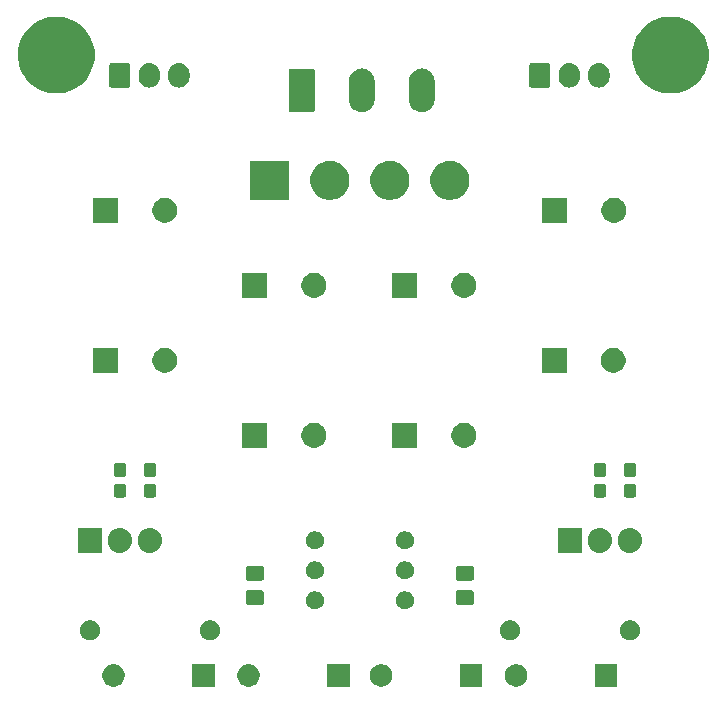
<source format=gbs>
G04 #@! TF.GenerationSoftware,KiCad,Pcbnew,(5.1.5)-3*
G04 #@! TF.CreationDate,2020-03-29T19:39:18+08:00*
G04 #@! TF.ProjectId,317337,33313733-3337-42e6-9b69-6361645f7063,rev?*
G04 #@! TF.SameCoordinates,Original*
G04 #@! TF.FileFunction,Soldermask,Bot*
G04 #@! TF.FilePolarity,Negative*
%FSLAX46Y46*%
G04 Gerber Fmt 4.6, Leading zero omitted, Abs format (unit mm)*
G04 Created by KiCad (PCBNEW (5.1.5)-3) date 2020-03-29 19:39:18*
%MOMM*%
%LPD*%
G04 APERTURE LIST*
%ADD10C,0.100000*%
G04 APERTURE END LIST*
D10*
G36*
X119117395Y-95605546D02*
G01*
X119290466Y-95677234D01*
X119290467Y-95677235D01*
X119446227Y-95781310D01*
X119578690Y-95913773D01*
X119578691Y-95913775D01*
X119682766Y-96069534D01*
X119754454Y-96242605D01*
X119791000Y-96426333D01*
X119791000Y-96613667D01*
X119754454Y-96797395D01*
X119682766Y-96970466D01*
X119682765Y-96970467D01*
X119578690Y-97126227D01*
X119446227Y-97258690D01*
X119367818Y-97311081D01*
X119290466Y-97362766D01*
X119117395Y-97434454D01*
X118933667Y-97471000D01*
X118746333Y-97471000D01*
X118562605Y-97434454D01*
X118389534Y-97362766D01*
X118312182Y-97311081D01*
X118233773Y-97258690D01*
X118101310Y-97126227D01*
X117997235Y-96970467D01*
X117997234Y-96970466D01*
X117925546Y-96797395D01*
X117889000Y-96613667D01*
X117889000Y-96426333D01*
X117925546Y-96242605D01*
X117997234Y-96069534D01*
X118101309Y-95913775D01*
X118101310Y-95913773D01*
X118233773Y-95781310D01*
X118389533Y-95677235D01*
X118389534Y-95677234D01*
X118562605Y-95605546D01*
X118746333Y-95569000D01*
X118933667Y-95569000D01*
X119117395Y-95605546D01*
G37*
G36*
X153217395Y-95605546D02*
G01*
X153390466Y-95677234D01*
X153390467Y-95677235D01*
X153546227Y-95781310D01*
X153678690Y-95913773D01*
X153678691Y-95913775D01*
X153782766Y-96069534D01*
X153854454Y-96242605D01*
X153891000Y-96426333D01*
X153891000Y-96613667D01*
X153854454Y-96797395D01*
X153782766Y-96970466D01*
X153782765Y-96970467D01*
X153678690Y-97126227D01*
X153546227Y-97258690D01*
X153467818Y-97311081D01*
X153390466Y-97362766D01*
X153217395Y-97434454D01*
X153033667Y-97471000D01*
X152846333Y-97471000D01*
X152662605Y-97434454D01*
X152489534Y-97362766D01*
X152412182Y-97311081D01*
X152333773Y-97258690D01*
X152201310Y-97126227D01*
X152097235Y-96970467D01*
X152097234Y-96970466D01*
X152025546Y-96797395D01*
X151989000Y-96613667D01*
X151989000Y-96426333D01*
X152025546Y-96242605D01*
X152097234Y-96069534D01*
X152201309Y-95913775D01*
X152201310Y-95913773D01*
X152333773Y-95781310D01*
X152489533Y-95677235D01*
X152489534Y-95677234D01*
X152662605Y-95605546D01*
X152846333Y-95569000D01*
X153033667Y-95569000D01*
X153217395Y-95605546D01*
G37*
G36*
X138841000Y-97471000D02*
G01*
X136939000Y-97471000D01*
X136939000Y-95569000D01*
X138841000Y-95569000D01*
X138841000Y-97471000D01*
G37*
G36*
X130547395Y-95605546D02*
G01*
X130720466Y-95677234D01*
X130720467Y-95677235D01*
X130876227Y-95781310D01*
X131008690Y-95913773D01*
X131008691Y-95913775D01*
X131112766Y-96069534D01*
X131184454Y-96242605D01*
X131221000Y-96426333D01*
X131221000Y-96613667D01*
X131184454Y-96797395D01*
X131112766Y-96970466D01*
X131112765Y-96970467D01*
X131008690Y-97126227D01*
X130876227Y-97258690D01*
X130797818Y-97311081D01*
X130720466Y-97362766D01*
X130547395Y-97434454D01*
X130363667Y-97471000D01*
X130176333Y-97471000D01*
X129992605Y-97434454D01*
X129819534Y-97362766D01*
X129742182Y-97311081D01*
X129663773Y-97258690D01*
X129531310Y-97126227D01*
X129427235Y-96970467D01*
X129427234Y-96970466D01*
X129355546Y-96797395D01*
X129319000Y-96613667D01*
X129319000Y-96426333D01*
X129355546Y-96242605D01*
X129427234Y-96069534D01*
X129531309Y-95913775D01*
X129531310Y-95913773D01*
X129663773Y-95781310D01*
X129819533Y-95677235D01*
X129819534Y-95677234D01*
X129992605Y-95605546D01*
X130176333Y-95569000D01*
X130363667Y-95569000D01*
X130547395Y-95605546D01*
G37*
G36*
X150081000Y-97471000D02*
G01*
X148179000Y-97471000D01*
X148179000Y-95569000D01*
X150081000Y-95569000D01*
X150081000Y-97471000D01*
G37*
G36*
X127411000Y-97471000D02*
G01*
X125509000Y-97471000D01*
X125509000Y-95569000D01*
X127411000Y-95569000D01*
X127411000Y-97471000D01*
G37*
G36*
X161511000Y-97471000D02*
G01*
X159609000Y-97471000D01*
X159609000Y-95569000D01*
X161511000Y-95569000D01*
X161511000Y-97471000D01*
G37*
G36*
X141787395Y-95605546D02*
G01*
X141960466Y-95677234D01*
X141960467Y-95677235D01*
X142116227Y-95781310D01*
X142248690Y-95913773D01*
X142248691Y-95913775D01*
X142352766Y-96069534D01*
X142424454Y-96242605D01*
X142461000Y-96426333D01*
X142461000Y-96613667D01*
X142424454Y-96797395D01*
X142352766Y-96970466D01*
X142352765Y-96970467D01*
X142248690Y-97126227D01*
X142116227Y-97258690D01*
X142037818Y-97311081D01*
X141960466Y-97362766D01*
X141787395Y-97434454D01*
X141603667Y-97471000D01*
X141416333Y-97471000D01*
X141232605Y-97434454D01*
X141059534Y-97362766D01*
X140982182Y-97311081D01*
X140903773Y-97258690D01*
X140771310Y-97126227D01*
X140667235Y-96970467D01*
X140667234Y-96970466D01*
X140595546Y-96797395D01*
X140559000Y-96613667D01*
X140559000Y-96426333D01*
X140595546Y-96242605D01*
X140667234Y-96069534D01*
X140771309Y-95913775D01*
X140771310Y-95913773D01*
X140903773Y-95781310D01*
X141059533Y-95677235D01*
X141059534Y-95677234D01*
X141232605Y-95605546D01*
X141416333Y-95569000D01*
X141603667Y-95569000D01*
X141787395Y-95605546D01*
G37*
G36*
X117088228Y-91891703D02*
G01*
X117243100Y-91955853D01*
X117382481Y-92048985D01*
X117501015Y-92167519D01*
X117594147Y-92306900D01*
X117658297Y-92461772D01*
X117691000Y-92626184D01*
X117691000Y-92793816D01*
X117658297Y-92958228D01*
X117594147Y-93113100D01*
X117501015Y-93252481D01*
X117382481Y-93371015D01*
X117243100Y-93464147D01*
X117088228Y-93528297D01*
X116923816Y-93561000D01*
X116756184Y-93561000D01*
X116591772Y-93528297D01*
X116436900Y-93464147D01*
X116297519Y-93371015D01*
X116178985Y-93252481D01*
X116085853Y-93113100D01*
X116021703Y-92958228D01*
X115989000Y-92793816D01*
X115989000Y-92626184D01*
X116021703Y-92461772D01*
X116085853Y-92306900D01*
X116178985Y-92167519D01*
X116297519Y-92048985D01*
X116436900Y-91955853D01*
X116591772Y-91891703D01*
X116756184Y-91859000D01*
X116923816Y-91859000D01*
X117088228Y-91891703D01*
G37*
G36*
X152648228Y-91891703D02*
G01*
X152803100Y-91955853D01*
X152942481Y-92048985D01*
X153061015Y-92167519D01*
X153154147Y-92306900D01*
X153218297Y-92461772D01*
X153251000Y-92626184D01*
X153251000Y-92793816D01*
X153218297Y-92958228D01*
X153154147Y-93113100D01*
X153061015Y-93252481D01*
X152942481Y-93371015D01*
X152803100Y-93464147D01*
X152648228Y-93528297D01*
X152483816Y-93561000D01*
X152316184Y-93561000D01*
X152151772Y-93528297D01*
X151996900Y-93464147D01*
X151857519Y-93371015D01*
X151738985Y-93252481D01*
X151645853Y-93113100D01*
X151581703Y-92958228D01*
X151549000Y-92793816D01*
X151549000Y-92626184D01*
X151581703Y-92461772D01*
X151645853Y-92306900D01*
X151738985Y-92167519D01*
X151857519Y-92048985D01*
X151996900Y-91955853D01*
X152151772Y-91891703D01*
X152316184Y-91859000D01*
X152483816Y-91859000D01*
X152648228Y-91891703D01*
G37*
G36*
X162808228Y-91891703D02*
G01*
X162963100Y-91955853D01*
X163102481Y-92048985D01*
X163221015Y-92167519D01*
X163314147Y-92306900D01*
X163378297Y-92461772D01*
X163411000Y-92626184D01*
X163411000Y-92793816D01*
X163378297Y-92958228D01*
X163314147Y-93113100D01*
X163221015Y-93252481D01*
X163102481Y-93371015D01*
X162963100Y-93464147D01*
X162808228Y-93528297D01*
X162643816Y-93561000D01*
X162476184Y-93561000D01*
X162311772Y-93528297D01*
X162156900Y-93464147D01*
X162017519Y-93371015D01*
X161898985Y-93252481D01*
X161805853Y-93113100D01*
X161741703Y-92958228D01*
X161709000Y-92793816D01*
X161709000Y-92626184D01*
X161741703Y-92461772D01*
X161805853Y-92306900D01*
X161898985Y-92167519D01*
X162017519Y-92048985D01*
X162156900Y-91955853D01*
X162311772Y-91891703D01*
X162476184Y-91859000D01*
X162643816Y-91859000D01*
X162808228Y-91891703D01*
G37*
G36*
X127248228Y-91891703D02*
G01*
X127403100Y-91955853D01*
X127542481Y-92048985D01*
X127661015Y-92167519D01*
X127754147Y-92306900D01*
X127818297Y-92461772D01*
X127851000Y-92626184D01*
X127851000Y-92793816D01*
X127818297Y-92958228D01*
X127754147Y-93113100D01*
X127661015Y-93252481D01*
X127542481Y-93371015D01*
X127403100Y-93464147D01*
X127248228Y-93528297D01*
X127083816Y-93561000D01*
X126916184Y-93561000D01*
X126751772Y-93528297D01*
X126596900Y-93464147D01*
X126457519Y-93371015D01*
X126338985Y-93252481D01*
X126245853Y-93113100D01*
X126181703Y-92958228D01*
X126149000Y-92793816D01*
X126149000Y-92626184D01*
X126181703Y-92461772D01*
X126245853Y-92306900D01*
X126338985Y-92167519D01*
X126457519Y-92048985D01*
X126596900Y-91955853D01*
X126751772Y-91891703D01*
X126916184Y-91859000D01*
X127083816Y-91859000D01*
X127248228Y-91891703D01*
G37*
G36*
X143635589Y-89408876D02*
G01*
X143734893Y-89428629D01*
X143875206Y-89486748D01*
X144001484Y-89571125D01*
X144108875Y-89678516D01*
X144193252Y-89804794D01*
X144251371Y-89945107D01*
X144281000Y-90094063D01*
X144281000Y-90245937D01*
X144251371Y-90394893D01*
X144193252Y-90535206D01*
X144108875Y-90661484D01*
X144001484Y-90768875D01*
X143875206Y-90853252D01*
X143734893Y-90911371D01*
X143635589Y-90931124D01*
X143585938Y-90941000D01*
X143434062Y-90941000D01*
X143384411Y-90931124D01*
X143285107Y-90911371D01*
X143144794Y-90853252D01*
X143018516Y-90768875D01*
X142911125Y-90661484D01*
X142826748Y-90535206D01*
X142768629Y-90394893D01*
X142739000Y-90245937D01*
X142739000Y-90094063D01*
X142768629Y-89945107D01*
X142826748Y-89804794D01*
X142911125Y-89678516D01*
X143018516Y-89571125D01*
X143144794Y-89486748D01*
X143285107Y-89428629D01*
X143384411Y-89408876D01*
X143434062Y-89399000D01*
X143585938Y-89399000D01*
X143635589Y-89408876D01*
G37*
G36*
X136015589Y-89408876D02*
G01*
X136114893Y-89428629D01*
X136255206Y-89486748D01*
X136381484Y-89571125D01*
X136488875Y-89678516D01*
X136573252Y-89804794D01*
X136631371Y-89945107D01*
X136661000Y-90094063D01*
X136661000Y-90245937D01*
X136631371Y-90394893D01*
X136573252Y-90535206D01*
X136488875Y-90661484D01*
X136381484Y-90768875D01*
X136255206Y-90853252D01*
X136114893Y-90911371D01*
X136015589Y-90931124D01*
X135965938Y-90941000D01*
X135814062Y-90941000D01*
X135764411Y-90931124D01*
X135665107Y-90911371D01*
X135524794Y-90853252D01*
X135398516Y-90768875D01*
X135291125Y-90661484D01*
X135206748Y-90535206D01*
X135148629Y-90394893D01*
X135119000Y-90245937D01*
X135119000Y-90094063D01*
X135148629Y-89945107D01*
X135206748Y-89804794D01*
X135291125Y-89678516D01*
X135398516Y-89571125D01*
X135524794Y-89486748D01*
X135665107Y-89428629D01*
X135764411Y-89408876D01*
X135814062Y-89399000D01*
X135965938Y-89399000D01*
X136015589Y-89408876D01*
G37*
G36*
X149178674Y-89303465D02*
G01*
X149216367Y-89314899D01*
X149251103Y-89333466D01*
X149281548Y-89358452D01*
X149306534Y-89388897D01*
X149325101Y-89423633D01*
X149336535Y-89461326D01*
X149341000Y-89506661D01*
X149341000Y-90343339D01*
X149336535Y-90388674D01*
X149325101Y-90426367D01*
X149306534Y-90461103D01*
X149281548Y-90491548D01*
X149251103Y-90516534D01*
X149216367Y-90535101D01*
X149178674Y-90546535D01*
X149133339Y-90551000D01*
X148046661Y-90551000D01*
X148001326Y-90546535D01*
X147963633Y-90535101D01*
X147928897Y-90516534D01*
X147898452Y-90491548D01*
X147873466Y-90461103D01*
X147854899Y-90426367D01*
X147843465Y-90388674D01*
X147839000Y-90343339D01*
X147839000Y-89506661D01*
X147843465Y-89461326D01*
X147854899Y-89423633D01*
X147873466Y-89388897D01*
X147898452Y-89358452D01*
X147928897Y-89333466D01*
X147963633Y-89314899D01*
X148001326Y-89303465D01*
X148046661Y-89299000D01*
X149133339Y-89299000D01*
X149178674Y-89303465D01*
G37*
G36*
X131398674Y-89303465D02*
G01*
X131436367Y-89314899D01*
X131471103Y-89333466D01*
X131501548Y-89358452D01*
X131526534Y-89388897D01*
X131545101Y-89423633D01*
X131556535Y-89461326D01*
X131561000Y-89506661D01*
X131561000Y-90343339D01*
X131556535Y-90388674D01*
X131545101Y-90426367D01*
X131526534Y-90461103D01*
X131501548Y-90491548D01*
X131471103Y-90516534D01*
X131436367Y-90535101D01*
X131398674Y-90546535D01*
X131353339Y-90551000D01*
X130266661Y-90551000D01*
X130221326Y-90546535D01*
X130183633Y-90535101D01*
X130148897Y-90516534D01*
X130118452Y-90491548D01*
X130093466Y-90461103D01*
X130074899Y-90426367D01*
X130063465Y-90388674D01*
X130059000Y-90343339D01*
X130059000Y-89506661D01*
X130063465Y-89461326D01*
X130074899Y-89423633D01*
X130093466Y-89388897D01*
X130118452Y-89358452D01*
X130148897Y-89333466D01*
X130183633Y-89314899D01*
X130221326Y-89303465D01*
X130266661Y-89299000D01*
X131353339Y-89299000D01*
X131398674Y-89303465D01*
G37*
G36*
X131398674Y-87253465D02*
G01*
X131436367Y-87264899D01*
X131471103Y-87283466D01*
X131501548Y-87308452D01*
X131526534Y-87338897D01*
X131545101Y-87373633D01*
X131556535Y-87411326D01*
X131561000Y-87456661D01*
X131561000Y-88293339D01*
X131556535Y-88338674D01*
X131545101Y-88376367D01*
X131526534Y-88411103D01*
X131501548Y-88441548D01*
X131471103Y-88466534D01*
X131436367Y-88485101D01*
X131398674Y-88496535D01*
X131353339Y-88501000D01*
X130266661Y-88501000D01*
X130221326Y-88496535D01*
X130183633Y-88485101D01*
X130148897Y-88466534D01*
X130118452Y-88441548D01*
X130093466Y-88411103D01*
X130074899Y-88376367D01*
X130063465Y-88338674D01*
X130059000Y-88293339D01*
X130059000Y-87456661D01*
X130063465Y-87411326D01*
X130074899Y-87373633D01*
X130093466Y-87338897D01*
X130118452Y-87308452D01*
X130148897Y-87283466D01*
X130183633Y-87264899D01*
X130221326Y-87253465D01*
X130266661Y-87249000D01*
X131353339Y-87249000D01*
X131398674Y-87253465D01*
G37*
G36*
X149178674Y-87253465D02*
G01*
X149216367Y-87264899D01*
X149251103Y-87283466D01*
X149281548Y-87308452D01*
X149306534Y-87338897D01*
X149325101Y-87373633D01*
X149336535Y-87411326D01*
X149341000Y-87456661D01*
X149341000Y-88293339D01*
X149336535Y-88338674D01*
X149325101Y-88376367D01*
X149306534Y-88411103D01*
X149281548Y-88441548D01*
X149251103Y-88466534D01*
X149216367Y-88485101D01*
X149178674Y-88496535D01*
X149133339Y-88501000D01*
X148046661Y-88501000D01*
X148001326Y-88496535D01*
X147963633Y-88485101D01*
X147928897Y-88466534D01*
X147898452Y-88441548D01*
X147873466Y-88411103D01*
X147854899Y-88376367D01*
X147843465Y-88338674D01*
X147839000Y-88293339D01*
X147839000Y-87456661D01*
X147843465Y-87411326D01*
X147854899Y-87373633D01*
X147873466Y-87338897D01*
X147898452Y-87308452D01*
X147928897Y-87283466D01*
X147963633Y-87264899D01*
X148001326Y-87253465D01*
X148046661Y-87249000D01*
X149133339Y-87249000D01*
X149178674Y-87253465D01*
G37*
G36*
X136015589Y-86868876D02*
G01*
X136114893Y-86888629D01*
X136255206Y-86946748D01*
X136381484Y-87031125D01*
X136488875Y-87138516D01*
X136573252Y-87264794D01*
X136631371Y-87405107D01*
X136661000Y-87554063D01*
X136661000Y-87705937D01*
X136631371Y-87854893D01*
X136573252Y-87995206D01*
X136488875Y-88121484D01*
X136381484Y-88228875D01*
X136255206Y-88313252D01*
X136114893Y-88371371D01*
X136015589Y-88391124D01*
X135965938Y-88401000D01*
X135814062Y-88401000D01*
X135764411Y-88391124D01*
X135665107Y-88371371D01*
X135524794Y-88313252D01*
X135398516Y-88228875D01*
X135291125Y-88121484D01*
X135206748Y-87995206D01*
X135148629Y-87854893D01*
X135119000Y-87705937D01*
X135119000Y-87554063D01*
X135148629Y-87405107D01*
X135206748Y-87264794D01*
X135291125Y-87138516D01*
X135398516Y-87031125D01*
X135524794Y-86946748D01*
X135665107Y-86888629D01*
X135764411Y-86868876D01*
X135814062Y-86859000D01*
X135965938Y-86859000D01*
X136015589Y-86868876D01*
G37*
G36*
X143635589Y-86868876D02*
G01*
X143734893Y-86888629D01*
X143875206Y-86946748D01*
X144001484Y-87031125D01*
X144108875Y-87138516D01*
X144193252Y-87264794D01*
X144251371Y-87405107D01*
X144281000Y-87554063D01*
X144281000Y-87705937D01*
X144251371Y-87854893D01*
X144193252Y-87995206D01*
X144108875Y-88121484D01*
X144001484Y-88228875D01*
X143875206Y-88313252D01*
X143734893Y-88371371D01*
X143635589Y-88391124D01*
X143585938Y-88401000D01*
X143434062Y-88401000D01*
X143384411Y-88391124D01*
X143285107Y-88371371D01*
X143144794Y-88313252D01*
X143018516Y-88228875D01*
X142911125Y-88121484D01*
X142826748Y-87995206D01*
X142768629Y-87854893D01*
X142739000Y-87705937D01*
X142739000Y-87554063D01*
X142768629Y-87405107D01*
X142826748Y-87264794D01*
X142911125Y-87138516D01*
X143018516Y-87031125D01*
X143144794Y-86946748D01*
X143285107Y-86888629D01*
X143384411Y-86868876D01*
X143434062Y-86859000D01*
X143585938Y-86859000D01*
X143635589Y-86868876D01*
G37*
G36*
X160216719Y-84053520D02*
G01*
X160405880Y-84110901D01*
X160405883Y-84110902D01*
X160498333Y-84160318D01*
X160580212Y-84204083D01*
X160733015Y-84329485D01*
X160858417Y-84482288D01*
X160951599Y-84656619D01*
X161008980Y-84845780D01*
X161023500Y-84993206D01*
X161023500Y-85186793D01*
X161008980Y-85334219D01*
X160972280Y-85455204D01*
X160951598Y-85523383D01*
X160920542Y-85581484D01*
X160858417Y-85697712D01*
X160733015Y-85850515D01*
X160580212Y-85975917D01*
X160405881Y-86069099D01*
X160216720Y-86126480D01*
X160020000Y-86145855D01*
X159823281Y-86126480D01*
X159634120Y-86069099D01*
X159459788Y-85975917D01*
X159306985Y-85850515D01*
X159181583Y-85697712D01*
X159088401Y-85523381D01*
X159031020Y-85334220D01*
X159016500Y-85186794D01*
X159016500Y-84993207D01*
X159031020Y-84845781D01*
X159088401Y-84656620D01*
X159088402Y-84656617D01*
X159176860Y-84491125D01*
X159181583Y-84482288D01*
X159306985Y-84329485D01*
X159459788Y-84204083D01*
X159634119Y-84110901D01*
X159823280Y-84053520D01*
X160020000Y-84034145D01*
X160216719Y-84053520D01*
G37*
G36*
X162756719Y-84053520D02*
G01*
X162945880Y-84110901D01*
X162945883Y-84110902D01*
X163038333Y-84160318D01*
X163120212Y-84204083D01*
X163273015Y-84329485D01*
X163398417Y-84482288D01*
X163491599Y-84656619D01*
X163548980Y-84845780D01*
X163563500Y-84993206D01*
X163563500Y-85186793D01*
X163548980Y-85334219D01*
X163512280Y-85455204D01*
X163491598Y-85523383D01*
X163460542Y-85581484D01*
X163398417Y-85697712D01*
X163273015Y-85850515D01*
X163120212Y-85975917D01*
X162945881Y-86069099D01*
X162756720Y-86126480D01*
X162560000Y-86145855D01*
X162363281Y-86126480D01*
X162174120Y-86069099D01*
X161999788Y-85975917D01*
X161846985Y-85850515D01*
X161721583Y-85697712D01*
X161628401Y-85523381D01*
X161571020Y-85334220D01*
X161556500Y-85186794D01*
X161556500Y-84993207D01*
X161571020Y-84845781D01*
X161628401Y-84656620D01*
X161628402Y-84656617D01*
X161716860Y-84491125D01*
X161721583Y-84482288D01*
X161846985Y-84329485D01*
X161999788Y-84204083D01*
X162174119Y-84110901D01*
X162363280Y-84053520D01*
X162560000Y-84034145D01*
X162756719Y-84053520D01*
G37*
G36*
X122116719Y-84053520D02*
G01*
X122305880Y-84110901D01*
X122305883Y-84110902D01*
X122398333Y-84160318D01*
X122480212Y-84204083D01*
X122633015Y-84329485D01*
X122758417Y-84482288D01*
X122851599Y-84656619D01*
X122908980Y-84845780D01*
X122923500Y-84993206D01*
X122923500Y-85186793D01*
X122908980Y-85334219D01*
X122872280Y-85455204D01*
X122851598Y-85523383D01*
X122820542Y-85581484D01*
X122758417Y-85697712D01*
X122633015Y-85850515D01*
X122480212Y-85975917D01*
X122305881Y-86069099D01*
X122116720Y-86126480D01*
X121920000Y-86145855D01*
X121723281Y-86126480D01*
X121534120Y-86069099D01*
X121359788Y-85975917D01*
X121206985Y-85850515D01*
X121081583Y-85697712D01*
X120988401Y-85523381D01*
X120931020Y-85334220D01*
X120916500Y-85186794D01*
X120916500Y-84993207D01*
X120931020Y-84845781D01*
X120988401Y-84656620D01*
X120988402Y-84656617D01*
X121076860Y-84491125D01*
X121081583Y-84482288D01*
X121206985Y-84329485D01*
X121359788Y-84204083D01*
X121534119Y-84110901D01*
X121723280Y-84053520D01*
X121920000Y-84034145D01*
X122116719Y-84053520D01*
G37*
G36*
X119576719Y-84053520D02*
G01*
X119765880Y-84110901D01*
X119765883Y-84110902D01*
X119858333Y-84160318D01*
X119940212Y-84204083D01*
X120093015Y-84329485D01*
X120218417Y-84482288D01*
X120311599Y-84656619D01*
X120368980Y-84845780D01*
X120383500Y-84993206D01*
X120383500Y-85186793D01*
X120368980Y-85334219D01*
X120332280Y-85455204D01*
X120311598Y-85523383D01*
X120280542Y-85581484D01*
X120218417Y-85697712D01*
X120093015Y-85850515D01*
X119940212Y-85975917D01*
X119765881Y-86069099D01*
X119576720Y-86126480D01*
X119380000Y-86145855D01*
X119183281Y-86126480D01*
X118994120Y-86069099D01*
X118819788Y-85975917D01*
X118666985Y-85850515D01*
X118541583Y-85697712D01*
X118448401Y-85523381D01*
X118391020Y-85334220D01*
X118376500Y-85186794D01*
X118376500Y-84993207D01*
X118391020Y-84845781D01*
X118448401Y-84656620D01*
X118448402Y-84656617D01*
X118536860Y-84491125D01*
X118541583Y-84482288D01*
X118666985Y-84329485D01*
X118819788Y-84204083D01*
X118994119Y-84110901D01*
X119183280Y-84053520D01*
X119380000Y-84034145D01*
X119576719Y-84053520D01*
G37*
G36*
X158483500Y-86141000D02*
G01*
X156476500Y-86141000D01*
X156476500Y-84039000D01*
X158483500Y-84039000D01*
X158483500Y-86141000D01*
G37*
G36*
X117843500Y-86141000D02*
G01*
X115836500Y-86141000D01*
X115836500Y-84039000D01*
X117843500Y-84039000D01*
X117843500Y-86141000D01*
G37*
G36*
X143635589Y-84328876D02*
G01*
X143734893Y-84348629D01*
X143875206Y-84406748D01*
X144001484Y-84491125D01*
X144108875Y-84598516D01*
X144193252Y-84724794D01*
X144251371Y-84865107D01*
X144281000Y-85014063D01*
X144281000Y-85165937D01*
X144251371Y-85314893D01*
X144193252Y-85455206D01*
X144108875Y-85581484D01*
X144001484Y-85688875D01*
X143875206Y-85773252D01*
X143734893Y-85831371D01*
X143638649Y-85850515D01*
X143585938Y-85861000D01*
X143434062Y-85861000D01*
X143381351Y-85850515D01*
X143285107Y-85831371D01*
X143144794Y-85773252D01*
X143018516Y-85688875D01*
X142911125Y-85581484D01*
X142826748Y-85455206D01*
X142768629Y-85314893D01*
X142739000Y-85165937D01*
X142739000Y-85014063D01*
X142768629Y-84865107D01*
X142826748Y-84724794D01*
X142911125Y-84598516D01*
X143018516Y-84491125D01*
X143144794Y-84406748D01*
X143285107Y-84348629D01*
X143384411Y-84328876D01*
X143434062Y-84319000D01*
X143585938Y-84319000D01*
X143635589Y-84328876D01*
G37*
G36*
X136015589Y-84328876D02*
G01*
X136114893Y-84348629D01*
X136255206Y-84406748D01*
X136381484Y-84491125D01*
X136488875Y-84598516D01*
X136573252Y-84724794D01*
X136631371Y-84865107D01*
X136661000Y-85014063D01*
X136661000Y-85165937D01*
X136631371Y-85314893D01*
X136573252Y-85455206D01*
X136488875Y-85581484D01*
X136381484Y-85688875D01*
X136255206Y-85773252D01*
X136114893Y-85831371D01*
X136018649Y-85850515D01*
X135965938Y-85861000D01*
X135814062Y-85861000D01*
X135761351Y-85850515D01*
X135665107Y-85831371D01*
X135524794Y-85773252D01*
X135398516Y-85688875D01*
X135291125Y-85581484D01*
X135206748Y-85455206D01*
X135148629Y-85314893D01*
X135119000Y-85165937D01*
X135119000Y-85014063D01*
X135148629Y-84865107D01*
X135206748Y-84724794D01*
X135291125Y-84598516D01*
X135398516Y-84491125D01*
X135524794Y-84406748D01*
X135665107Y-84348629D01*
X135764411Y-84328876D01*
X135814062Y-84319000D01*
X135965938Y-84319000D01*
X136015589Y-84328876D01*
G37*
G36*
X119744499Y-80313445D02*
G01*
X119781995Y-80324820D01*
X119816554Y-80343292D01*
X119846847Y-80368153D01*
X119871708Y-80398446D01*
X119890180Y-80433005D01*
X119901555Y-80470501D01*
X119906000Y-80515638D01*
X119906000Y-81254362D01*
X119901555Y-81299499D01*
X119890180Y-81336995D01*
X119871708Y-81371554D01*
X119846847Y-81401847D01*
X119816554Y-81426708D01*
X119781995Y-81445180D01*
X119744499Y-81456555D01*
X119699362Y-81461000D01*
X119060638Y-81461000D01*
X119015501Y-81456555D01*
X118978005Y-81445180D01*
X118943446Y-81426708D01*
X118913153Y-81401847D01*
X118888292Y-81371554D01*
X118869820Y-81336995D01*
X118858445Y-81299499D01*
X118854000Y-81254362D01*
X118854000Y-80515638D01*
X118858445Y-80470501D01*
X118869820Y-80433005D01*
X118888292Y-80398446D01*
X118913153Y-80368153D01*
X118943446Y-80343292D01*
X118978005Y-80324820D01*
X119015501Y-80313445D01*
X119060638Y-80309000D01*
X119699362Y-80309000D01*
X119744499Y-80313445D01*
G37*
G36*
X162924499Y-80313445D02*
G01*
X162961995Y-80324820D01*
X162996554Y-80343292D01*
X163026847Y-80368153D01*
X163051708Y-80398446D01*
X163070180Y-80433005D01*
X163081555Y-80470501D01*
X163086000Y-80515638D01*
X163086000Y-81254362D01*
X163081555Y-81299499D01*
X163070180Y-81336995D01*
X163051708Y-81371554D01*
X163026847Y-81401847D01*
X162996554Y-81426708D01*
X162961995Y-81445180D01*
X162924499Y-81456555D01*
X162879362Y-81461000D01*
X162240638Y-81461000D01*
X162195501Y-81456555D01*
X162158005Y-81445180D01*
X162123446Y-81426708D01*
X162093153Y-81401847D01*
X162068292Y-81371554D01*
X162049820Y-81336995D01*
X162038445Y-81299499D01*
X162034000Y-81254362D01*
X162034000Y-80515638D01*
X162038445Y-80470501D01*
X162049820Y-80433005D01*
X162068292Y-80398446D01*
X162093153Y-80368153D01*
X162123446Y-80343292D01*
X162158005Y-80324820D01*
X162195501Y-80313445D01*
X162240638Y-80309000D01*
X162879362Y-80309000D01*
X162924499Y-80313445D01*
G37*
G36*
X160384499Y-80313445D02*
G01*
X160421995Y-80324820D01*
X160456554Y-80343292D01*
X160486847Y-80368153D01*
X160511708Y-80398446D01*
X160530180Y-80433005D01*
X160541555Y-80470501D01*
X160546000Y-80515638D01*
X160546000Y-81254362D01*
X160541555Y-81299499D01*
X160530180Y-81336995D01*
X160511708Y-81371554D01*
X160486847Y-81401847D01*
X160456554Y-81426708D01*
X160421995Y-81445180D01*
X160384499Y-81456555D01*
X160339362Y-81461000D01*
X159700638Y-81461000D01*
X159655501Y-81456555D01*
X159618005Y-81445180D01*
X159583446Y-81426708D01*
X159553153Y-81401847D01*
X159528292Y-81371554D01*
X159509820Y-81336995D01*
X159498445Y-81299499D01*
X159494000Y-81254362D01*
X159494000Y-80515638D01*
X159498445Y-80470501D01*
X159509820Y-80433005D01*
X159528292Y-80398446D01*
X159553153Y-80368153D01*
X159583446Y-80343292D01*
X159618005Y-80324820D01*
X159655501Y-80313445D01*
X159700638Y-80309000D01*
X160339362Y-80309000D01*
X160384499Y-80313445D01*
G37*
G36*
X122284499Y-80313445D02*
G01*
X122321995Y-80324820D01*
X122356554Y-80343292D01*
X122386847Y-80368153D01*
X122411708Y-80398446D01*
X122430180Y-80433005D01*
X122441555Y-80470501D01*
X122446000Y-80515638D01*
X122446000Y-81254362D01*
X122441555Y-81299499D01*
X122430180Y-81336995D01*
X122411708Y-81371554D01*
X122386847Y-81401847D01*
X122356554Y-81426708D01*
X122321995Y-81445180D01*
X122284499Y-81456555D01*
X122239362Y-81461000D01*
X121600638Y-81461000D01*
X121555501Y-81456555D01*
X121518005Y-81445180D01*
X121483446Y-81426708D01*
X121453153Y-81401847D01*
X121428292Y-81371554D01*
X121409820Y-81336995D01*
X121398445Y-81299499D01*
X121394000Y-81254362D01*
X121394000Y-80515638D01*
X121398445Y-80470501D01*
X121409820Y-80433005D01*
X121428292Y-80398446D01*
X121453153Y-80368153D01*
X121483446Y-80343292D01*
X121518005Y-80324820D01*
X121555501Y-80313445D01*
X121600638Y-80309000D01*
X122239362Y-80309000D01*
X122284499Y-80313445D01*
G37*
G36*
X119744499Y-78563445D02*
G01*
X119781995Y-78574820D01*
X119816554Y-78593292D01*
X119846847Y-78618153D01*
X119871708Y-78648446D01*
X119890180Y-78683005D01*
X119901555Y-78720501D01*
X119906000Y-78765638D01*
X119906000Y-79504362D01*
X119901555Y-79549499D01*
X119890180Y-79586995D01*
X119871708Y-79621554D01*
X119846847Y-79651847D01*
X119816554Y-79676708D01*
X119781995Y-79695180D01*
X119744499Y-79706555D01*
X119699362Y-79711000D01*
X119060638Y-79711000D01*
X119015501Y-79706555D01*
X118978005Y-79695180D01*
X118943446Y-79676708D01*
X118913153Y-79651847D01*
X118888292Y-79621554D01*
X118869820Y-79586995D01*
X118858445Y-79549499D01*
X118854000Y-79504362D01*
X118854000Y-78765638D01*
X118858445Y-78720501D01*
X118869820Y-78683005D01*
X118888292Y-78648446D01*
X118913153Y-78618153D01*
X118943446Y-78593292D01*
X118978005Y-78574820D01*
X119015501Y-78563445D01*
X119060638Y-78559000D01*
X119699362Y-78559000D01*
X119744499Y-78563445D01*
G37*
G36*
X122284499Y-78563445D02*
G01*
X122321995Y-78574820D01*
X122356554Y-78593292D01*
X122386847Y-78618153D01*
X122411708Y-78648446D01*
X122430180Y-78683005D01*
X122441555Y-78720501D01*
X122446000Y-78765638D01*
X122446000Y-79504362D01*
X122441555Y-79549499D01*
X122430180Y-79586995D01*
X122411708Y-79621554D01*
X122386847Y-79651847D01*
X122356554Y-79676708D01*
X122321995Y-79695180D01*
X122284499Y-79706555D01*
X122239362Y-79711000D01*
X121600638Y-79711000D01*
X121555501Y-79706555D01*
X121518005Y-79695180D01*
X121483446Y-79676708D01*
X121453153Y-79651847D01*
X121428292Y-79621554D01*
X121409820Y-79586995D01*
X121398445Y-79549499D01*
X121394000Y-79504362D01*
X121394000Y-78765638D01*
X121398445Y-78720501D01*
X121409820Y-78683005D01*
X121428292Y-78648446D01*
X121453153Y-78618153D01*
X121483446Y-78593292D01*
X121518005Y-78574820D01*
X121555501Y-78563445D01*
X121600638Y-78559000D01*
X122239362Y-78559000D01*
X122284499Y-78563445D01*
G37*
G36*
X160384499Y-78563445D02*
G01*
X160421995Y-78574820D01*
X160456554Y-78593292D01*
X160486847Y-78618153D01*
X160511708Y-78648446D01*
X160530180Y-78683005D01*
X160541555Y-78720501D01*
X160546000Y-78765638D01*
X160546000Y-79504362D01*
X160541555Y-79549499D01*
X160530180Y-79586995D01*
X160511708Y-79621554D01*
X160486847Y-79651847D01*
X160456554Y-79676708D01*
X160421995Y-79695180D01*
X160384499Y-79706555D01*
X160339362Y-79711000D01*
X159700638Y-79711000D01*
X159655501Y-79706555D01*
X159618005Y-79695180D01*
X159583446Y-79676708D01*
X159553153Y-79651847D01*
X159528292Y-79621554D01*
X159509820Y-79586995D01*
X159498445Y-79549499D01*
X159494000Y-79504362D01*
X159494000Y-78765638D01*
X159498445Y-78720501D01*
X159509820Y-78683005D01*
X159528292Y-78648446D01*
X159553153Y-78618153D01*
X159583446Y-78593292D01*
X159618005Y-78574820D01*
X159655501Y-78563445D01*
X159700638Y-78559000D01*
X160339362Y-78559000D01*
X160384499Y-78563445D01*
G37*
G36*
X162924499Y-78563445D02*
G01*
X162961995Y-78574820D01*
X162996554Y-78593292D01*
X163026847Y-78618153D01*
X163051708Y-78648446D01*
X163070180Y-78683005D01*
X163081555Y-78720501D01*
X163086000Y-78765638D01*
X163086000Y-79504362D01*
X163081555Y-79549499D01*
X163070180Y-79586995D01*
X163051708Y-79621554D01*
X163026847Y-79651847D01*
X162996554Y-79676708D01*
X162961995Y-79695180D01*
X162924499Y-79706555D01*
X162879362Y-79711000D01*
X162240638Y-79711000D01*
X162195501Y-79706555D01*
X162158005Y-79695180D01*
X162123446Y-79676708D01*
X162093153Y-79651847D01*
X162068292Y-79621554D01*
X162049820Y-79586995D01*
X162038445Y-79549499D01*
X162034000Y-79504362D01*
X162034000Y-78765638D01*
X162038445Y-78720501D01*
X162049820Y-78683005D01*
X162068292Y-78648446D01*
X162093153Y-78618153D01*
X162123446Y-78593292D01*
X162158005Y-78574820D01*
X162195501Y-78563445D01*
X162240638Y-78559000D01*
X162879362Y-78559000D01*
X162924499Y-78563445D01*
G37*
G36*
X148816564Y-75189389D02*
G01*
X149007833Y-75268615D01*
X149007835Y-75268616D01*
X149179973Y-75383635D01*
X149326365Y-75530027D01*
X149441385Y-75702167D01*
X149520611Y-75893436D01*
X149561000Y-76096484D01*
X149561000Y-76303516D01*
X149520611Y-76506564D01*
X149441385Y-76697833D01*
X149441384Y-76697835D01*
X149326365Y-76869973D01*
X149179973Y-77016365D01*
X149007835Y-77131384D01*
X149007834Y-77131385D01*
X149007833Y-77131385D01*
X148816564Y-77210611D01*
X148613516Y-77251000D01*
X148406484Y-77251000D01*
X148203436Y-77210611D01*
X148012167Y-77131385D01*
X148012166Y-77131385D01*
X148012165Y-77131384D01*
X147840027Y-77016365D01*
X147693635Y-76869973D01*
X147578616Y-76697835D01*
X147578615Y-76697833D01*
X147499389Y-76506564D01*
X147459000Y-76303516D01*
X147459000Y-76096484D01*
X147499389Y-75893436D01*
X147578615Y-75702167D01*
X147693635Y-75530027D01*
X147840027Y-75383635D01*
X148012165Y-75268616D01*
X148012167Y-75268615D01*
X148203436Y-75189389D01*
X148406484Y-75149000D01*
X148613516Y-75149000D01*
X148816564Y-75189389D01*
G37*
G36*
X136116564Y-75189389D02*
G01*
X136307833Y-75268615D01*
X136307835Y-75268616D01*
X136479973Y-75383635D01*
X136626365Y-75530027D01*
X136741385Y-75702167D01*
X136820611Y-75893436D01*
X136861000Y-76096484D01*
X136861000Y-76303516D01*
X136820611Y-76506564D01*
X136741385Y-76697833D01*
X136741384Y-76697835D01*
X136626365Y-76869973D01*
X136479973Y-77016365D01*
X136307835Y-77131384D01*
X136307834Y-77131385D01*
X136307833Y-77131385D01*
X136116564Y-77210611D01*
X135913516Y-77251000D01*
X135706484Y-77251000D01*
X135503436Y-77210611D01*
X135312167Y-77131385D01*
X135312166Y-77131385D01*
X135312165Y-77131384D01*
X135140027Y-77016365D01*
X134993635Y-76869973D01*
X134878616Y-76697835D01*
X134878615Y-76697833D01*
X134799389Y-76506564D01*
X134759000Y-76303516D01*
X134759000Y-76096484D01*
X134799389Y-75893436D01*
X134878615Y-75702167D01*
X134993635Y-75530027D01*
X135140027Y-75383635D01*
X135312165Y-75268616D01*
X135312167Y-75268615D01*
X135503436Y-75189389D01*
X135706484Y-75149000D01*
X135913516Y-75149000D01*
X136116564Y-75189389D01*
G37*
G36*
X131861000Y-77251000D02*
G01*
X129759000Y-77251000D01*
X129759000Y-75149000D01*
X131861000Y-75149000D01*
X131861000Y-77251000D01*
G37*
G36*
X144561000Y-77251000D02*
G01*
X142459000Y-77251000D01*
X142459000Y-75149000D01*
X144561000Y-75149000D01*
X144561000Y-77251000D01*
G37*
G36*
X119241000Y-70901000D02*
G01*
X117139000Y-70901000D01*
X117139000Y-68799000D01*
X119241000Y-68799000D01*
X119241000Y-70901000D01*
G37*
G36*
X161469564Y-68839389D02*
G01*
X161660833Y-68918615D01*
X161660835Y-68918616D01*
X161832973Y-69033635D01*
X161979365Y-69180027D01*
X162094385Y-69352167D01*
X162173611Y-69543436D01*
X162214000Y-69746484D01*
X162214000Y-69953516D01*
X162173611Y-70156564D01*
X162094385Y-70347833D01*
X162094384Y-70347835D01*
X161979365Y-70519973D01*
X161832973Y-70666365D01*
X161660835Y-70781384D01*
X161660834Y-70781385D01*
X161660833Y-70781385D01*
X161469564Y-70860611D01*
X161266516Y-70901000D01*
X161059484Y-70901000D01*
X160856436Y-70860611D01*
X160665167Y-70781385D01*
X160665166Y-70781385D01*
X160665165Y-70781384D01*
X160493027Y-70666365D01*
X160346635Y-70519973D01*
X160231616Y-70347835D01*
X160231615Y-70347833D01*
X160152389Y-70156564D01*
X160112000Y-69953516D01*
X160112000Y-69746484D01*
X160152389Y-69543436D01*
X160231615Y-69352167D01*
X160346635Y-69180027D01*
X160493027Y-69033635D01*
X160665165Y-68918616D01*
X160665167Y-68918615D01*
X160856436Y-68839389D01*
X161059484Y-68799000D01*
X161266516Y-68799000D01*
X161469564Y-68839389D01*
G37*
G36*
X157214000Y-70901000D02*
G01*
X155112000Y-70901000D01*
X155112000Y-68799000D01*
X157214000Y-68799000D01*
X157214000Y-70901000D01*
G37*
G36*
X123496564Y-68839389D02*
G01*
X123687833Y-68918615D01*
X123687835Y-68918616D01*
X123859973Y-69033635D01*
X124006365Y-69180027D01*
X124121385Y-69352167D01*
X124200611Y-69543436D01*
X124241000Y-69746484D01*
X124241000Y-69953516D01*
X124200611Y-70156564D01*
X124121385Y-70347833D01*
X124121384Y-70347835D01*
X124006365Y-70519973D01*
X123859973Y-70666365D01*
X123687835Y-70781384D01*
X123687834Y-70781385D01*
X123687833Y-70781385D01*
X123496564Y-70860611D01*
X123293516Y-70901000D01*
X123086484Y-70901000D01*
X122883436Y-70860611D01*
X122692167Y-70781385D01*
X122692166Y-70781385D01*
X122692165Y-70781384D01*
X122520027Y-70666365D01*
X122373635Y-70519973D01*
X122258616Y-70347835D01*
X122258615Y-70347833D01*
X122179389Y-70156564D01*
X122139000Y-69953516D01*
X122139000Y-69746484D01*
X122179389Y-69543436D01*
X122258615Y-69352167D01*
X122373635Y-69180027D01*
X122520027Y-69033635D01*
X122692165Y-68918616D01*
X122692167Y-68918615D01*
X122883436Y-68839389D01*
X123086484Y-68799000D01*
X123293516Y-68799000D01*
X123496564Y-68839389D01*
G37*
G36*
X136116564Y-62489389D02*
G01*
X136307833Y-62568615D01*
X136307835Y-62568616D01*
X136479973Y-62683635D01*
X136626365Y-62830027D01*
X136741385Y-63002167D01*
X136820611Y-63193436D01*
X136861000Y-63396484D01*
X136861000Y-63603516D01*
X136820611Y-63806564D01*
X136741385Y-63997833D01*
X136741384Y-63997835D01*
X136626365Y-64169973D01*
X136479973Y-64316365D01*
X136307835Y-64431384D01*
X136307834Y-64431385D01*
X136307833Y-64431385D01*
X136116564Y-64510611D01*
X135913516Y-64551000D01*
X135706484Y-64551000D01*
X135503436Y-64510611D01*
X135312167Y-64431385D01*
X135312166Y-64431385D01*
X135312165Y-64431384D01*
X135140027Y-64316365D01*
X134993635Y-64169973D01*
X134878616Y-63997835D01*
X134878615Y-63997833D01*
X134799389Y-63806564D01*
X134759000Y-63603516D01*
X134759000Y-63396484D01*
X134799389Y-63193436D01*
X134878615Y-63002167D01*
X134993635Y-62830027D01*
X135140027Y-62683635D01*
X135312165Y-62568616D01*
X135312167Y-62568615D01*
X135503436Y-62489389D01*
X135706484Y-62449000D01*
X135913516Y-62449000D01*
X136116564Y-62489389D01*
G37*
G36*
X144561000Y-64551000D02*
G01*
X142459000Y-64551000D01*
X142459000Y-62449000D01*
X144561000Y-62449000D01*
X144561000Y-64551000D01*
G37*
G36*
X148816564Y-62489389D02*
G01*
X149007833Y-62568615D01*
X149007835Y-62568616D01*
X149179973Y-62683635D01*
X149326365Y-62830027D01*
X149441385Y-63002167D01*
X149520611Y-63193436D01*
X149561000Y-63396484D01*
X149561000Y-63603516D01*
X149520611Y-63806564D01*
X149441385Y-63997833D01*
X149441384Y-63997835D01*
X149326365Y-64169973D01*
X149179973Y-64316365D01*
X149007835Y-64431384D01*
X149007834Y-64431385D01*
X149007833Y-64431385D01*
X148816564Y-64510611D01*
X148613516Y-64551000D01*
X148406484Y-64551000D01*
X148203436Y-64510611D01*
X148012167Y-64431385D01*
X148012166Y-64431385D01*
X148012165Y-64431384D01*
X147840027Y-64316365D01*
X147693635Y-64169973D01*
X147578616Y-63997835D01*
X147578615Y-63997833D01*
X147499389Y-63806564D01*
X147459000Y-63603516D01*
X147459000Y-63396484D01*
X147499389Y-63193436D01*
X147578615Y-63002167D01*
X147693635Y-62830027D01*
X147840027Y-62683635D01*
X148012165Y-62568616D01*
X148012167Y-62568615D01*
X148203436Y-62489389D01*
X148406484Y-62449000D01*
X148613516Y-62449000D01*
X148816564Y-62489389D01*
G37*
G36*
X131861000Y-64551000D02*
G01*
X129759000Y-64551000D01*
X129759000Y-62449000D01*
X131861000Y-62449000D01*
X131861000Y-64551000D01*
G37*
G36*
X123496564Y-56139389D02*
G01*
X123687833Y-56218615D01*
X123687835Y-56218616D01*
X123751267Y-56261000D01*
X123859973Y-56333635D01*
X124006365Y-56480027D01*
X124121385Y-56652167D01*
X124200611Y-56843436D01*
X124241000Y-57046484D01*
X124241000Y-57253516D01*
X124200611Y-57456564D01*
X124121385Y-57647833D01*
X124121384Y-57647835D01*
X124006365Y-57819973D01*
X123859973Y-57966365D01*
X123687835Y-58081384D01*
X123687834Y-58081385D01*
X123687833Y-58081385D01*
X123496564Y-58160611D01*
X123293516Y-58201000D01*
X123086484Y-58201000D01*
X122883436Y-58160611D01*
X122692167Y-58081385D01*
X122692166Y-58081385D01*
X122692165Y-58081384D01*
X122520027Y-57966365D01*
X122373635Y-57819973D01*
X122258616Y-57647835D01*
X122258615Y-57647833D01*
X122179389Y-57456564D01*
X122139000Y-57253516D01*
X122139000Y-57046484D01*
X122179389Y-56843436D01*
X122258615Y-56652167D01*
X122373635Y-56480027D01*
X122520027Y-56333635D01*
X122628733Y-56261000D01*
X122692165Y-56218616D01*
X122692167Y-56218615D01*
X122883436Y-56139389D01*
X123086484Y-56099000D01*
X123293516Y-56099000D01*
X123496564Y-56139389D01*
G37*
G36*
X119241000Y-58201000D02*
G01*
X117139000Y-58201000D01*
X117139000Y-56099000D01*
X119241000Y-56099000D01*
X119241000Y-58201000D01*
G37*
G36*
X161516564Y-56139389D02*
G01*
X161707833Y-56218615D01*
X161707835Y-56218616D01*
X161771267Y-56261000D01*
X161879973Y-56333635D01*
X162026365Y-56480027D01*
X162141385Y-56652167D01*
X162220611Y-56843436D01*
X162261000Y-57046484D01*
X162261000Y-57253516D01*
X162220611Y-57456564D01*
X162141385Y-57647833D01*
X162141384Y-57647835D01*
X162026365Y-57819973D01*
X161879973Y-57966365D01*
X161707835Y-58081384D01*
X161707834Y-58081385D01*
X161707833Y-58081385D01*
X161516564Y-58160611D01*
X161313516Y-58201000D01*
X161106484Y-58201000D01*
X160903436Y-58160611D01*
X160712167Y-58081385D01*
X160712166Y-58081385D01*
X160712165Y-58081384D01*
X160540027Y-57966365D01*
X160393635Y-57819973D01*
X160278616Y-57647835D01*
X160278615Y-57647833D01*
X160199389Y-57456564D01*
X160159000Y-57253516D01*
X160159000Y-57046484D01*
X160199389Y-56843436D01*
X160278615Y-56652167D01*
X160393635Y-56480027D01*
X160540027Y-56333635D01*
X160648733Y-56261000D01*
X160712165Y-56218616D01*
X160712167Y-56218615D01*
X160903436Y-56139389D01*
X161106484Y-56099000D01*
X161313516Y-56099000D01*
X161516564Y-56139389D01*
G37*
G36*
X157261000Y-58201000D02*
G01*
X155159000Y-58201000D01*
X155159000Y-56099000D01*
X157261000Y-56099000D01*
X157261000Y-58201000D01*
G37*
G36*
X142615256Y-53001298D02*
G01*
X142721579Y-53022447D01*
X143022042Y-53146903D01*
X143292451Y-53327585D01*
X143522415Y-53557549D01*
X143703097Y-53827958D01*
X143827553Y-54128421D01*
X143891000Y-54447391D01*
X143891000Y-54772609D01*
X143827553Y-55091579D01*
X143703097Y-55392042D01*
X143522415Y-55662451D01*
X143292451Y-55892415D01*
X143022042Y-56073097D01*
X142721579Y-56197553D01*
X142615693Y-56218615D01*
X142402611Y-56261000D01*
X142077389Y-56261000D01*
X141864307Y-56218615D01*
X141758421Y-56197553D01*
X141457958Y-56073097D01*
X141187549Y-55892415D01*
X140957585Y-55662451D01*
X140776903Y-55392042D01*
X140652447Y-55091579D01*
X140589000Y-54772609D01*
X140589000Y-54447391D01*
X140652447Y-54128421D01*
X140776903Y-53827958D01*
X140957585Y-53557549D01*
X141187549Y-53327585D01*
X141457958Y-53146903D01*
X141758421Y-53022447D01*
X141864744Y-53001298D01*
X142077389Y-52959000D01*
X142402611Y-52959000D01*
X142615256Y-53001298D01*
G37*
G36*
X137535256Y-53001298D02*
G01*
X137641579Y-53022447D01*
X137942042Y-53146903D01*
X138212451Y-53327585D01*
X138442415Y-53557549D01*
X138623097Y-53827958D01*
X138747553Y-54128421D01*
X138811000Y-54447391D01*
X138811000Y-54772609D01*
X138747553Y-55091579D01*
X138623097Y-55392042D01*
X138442415Y-55662451D01*
X138212451Y-55892415D01*
X137942042Y-56073097D01*
X137641579Y-56197553D01*
X137535693Y-56218615D01*
X137322611Y-56261000D01*
X136997389Y-56261000D01*
X136784307Y-56218615D01*
X136678421Y-56197553D01*
X136377958Y-56073097D01*
X136107549Y-55892415D01*
X135877585Y-55662451D01*
X135696903Y-55392042D01*
X135572447Y-55091579D01*
X135509000Y-54772609D01*
X135509000Y-54447391D01*
X135572447Y-54128421D01*
X135696903Y-53827958D01*
X135877585Y-53557549D01*
X136107549Y-53327585D01*
X136377958Y-53146903D01*
X136678421Y-53022447D01*
X136784744Y-53001298D01*
X136997389Y-52959000D01*
X137322611Y-52959000D01*
X137535256Y-53001298D01*
G37*
G36*
X147695256Y-53001298D02*
G01*
X147801579Y-53022447D01*
X148102042Y-53146903D01*
X148372451Y-53327585D01*
X148602415Y-53557549D01*
X148783097Y-53827958D01*
X148907553Y-54128421D01*
X148971000Y-54447391D01*
X148971000Y-54772609D01*
X148907553Y-55091579D01*
X148783097Y-55392042D01*
X148602415Y-55662451D01*
X148372451Y-55892415D01*
X148102042Y-56073097D01*
X147801579Y-56197553D01*
X147695693Y-56218615D01*
X147482611Y-56261000D01*
X147157389Y-56261000D01*
X146944307Y-56218615D01*
X146838421Y-56197553D01*
X146537958Y-56073097D01*
X146267549Y-55892415D01*
X146037585Y-55662451D01*
X145856903Y-55392042D01*
X145732447Y-55091579D01*
X145669000Y-54772609D01*
X145669000Y-54447391D01*
X145732447Y-54128421D01*
X145856903Y-53827958D01*
X146037585Y-53557549D01*
X146267549Y-53327585D01*
X146537958Y-53146903D01*
X146838421Y-53022447D01*
X146944744Y-53001298D01*
X147157389Y-52959000D01*
X147482611Y-52959000D01*
X147695256Y-53001298D01*
G37*
G36*
X133731000Y-56261000D02*
G01*
X130429000Y-56261000D01*
X130429000Y-52959000D01*
X133731000Y-52959000D01*
X133731000Y-56261000D01*
G37*
G36*
X140073870Y-45154786D02*
G01*
X140184779Y-45188430D01*
X140275053Y-45215814D01*
X140279529Y-45217172D01*
X140429597Y-45297385D01*
X140469059Y-45318478D01*
X140635186Y-45454814D01*
X140713912Y-45550743D01*
X140771525Y-45620945D01*
X140872828Y-45810470D01*
X140935214Y-46016129D01*
X140951000Y-46176409D01*
X140951000Y-47803591D01*
X140935214Y-47963871D01*
X140872828Y-48169530D01*
X140771525Y-48359055D01*
X140771523Y-48359058D01*
X140771522Y-48359059D01*
X140635186Y-48525186D01*
X140507583Y-48629906D01*
X140469055Y-48661525D01*
X140279530Y-48762828D01*
X140279527Y-48762829D01*
X140268058Y-48766308D01*
X140073871Y-48825214D01*
X139860000Y-48846278D01*
X139646130Y-48825214D01*
X139451943Y-48766308D01*
X139440474Y-48762829D01*
X139440471Y-48762828D01*
X139250946Y-48661525D01*
X139212418Y-48629906D01*
X139084815Y-48525186D01*
X138948479Y-48359059D01*
X138948478Y-48359058D01*
X138948476Y-48359055D01*
X138847171Y-48169527D01*
X138784786Y-47963874D01*
X138769000Y-47803591D01*
X138769000Y-46176410D01*
X138784786Y-46016130D01*
X138847172Y-45810471D01*
X138948477Y-45620943D01*
X138948478Y-45620941D01*
X139084814Y-45454814D01*
X139250941Y-45318478D01*
X139250942Y-45318477D01*
X139250945Y-45318475D01*
X139440470Y-45217172D01*
X139444947Y-45215814D01*
X139535220Y-45188430D01*
X139646129Y-45154786D01*
X139860000Y-45133722D01*
X140073870Y-45154786D01*
G37*
G36*
X145153870Y-45154786D02*
G01*
X145264779Y-45188430D01*
X145355053Y-45215814D01*
X145359529Y-45217172D01*
X145509597Y-45297385D01*
X145549059Y-45318478D01*
X145715186Y-45454814D01*
X145793912Y-45550743D01*
X145851525Y-45620945D01*
X145952828Y-45810470D01*
X146015214Y-46016129D01*
X146031000Y-46176409D01*
X146031000Y-47803591D01*
X146015214Y-47963871D01*
X145952828Y-48169530D01*
X145851525Y-48359055D01*
X145851523Y-48359058D01*
X145851522Y-48359059D01*
X145715186Y-48525186D01*
X145587583Y-48629906D01*
X145549055Y-48661525D01*
X145359530Y-48762828D01*
X145359527Y-48762829D01*
X145348058Y-48766308D01*
X145153871Y-48825214D01*
X144940000Y-48846278D01*
X144726130Y-48825214D01*
X144531943Y-48766308D01*
X144520474Y-48762829D01*
X144520471Y-48762828D01*
X144330946Y-48661525D01*
X144292418Y-48629906D01*
X144164815Y-48525186D01*
X144028479Y-48359059D01*
X144028478Y-48359058D01*
X144028476Y-48359055D01*
X143927171Y-48169527D01*
X143864786Y-47963874D01*
X143849000Y-47803591D01*
X143849000Y-46176410D01*
X143864786Y-46016130D01*
X143927172Y-45810471D01*
X144028477Y-45620943D01*
X144028478Y-45620941D01*
X144164814Y-45454814D01*
X144330941Y-45318478D01*
X144330942Y-45318477D01*
X144330945Y-45318475D01*
X144520470Y-45217172D01*
X144524947Y-45215814D01*
X144615220Y-45188430D01*
X144726129Y-45154786D01*
X144940000Y-45133722D01*
X145153870Y-45154786D01*
G37*
G36*
X135736217Y-45142808D02*
G01*
X135767489Y-45152294D01*
X135796308Y-45167698D01*
X135821570Y-45188430D01*
X135842302Y-45213692D01*
X135857706Y-45242511D01*
X135867192Y-45273783D01*
X135871000Y-45312448D01*
X135871000Y-48667552D01*
X135867192Y-48706217D01*
X135857706Y-48737489D01*
X135842302Y-48766308D01*
X135821570Y-48791570D01*
X135796308Y-48812302D01*
X135767489Y-48827706D01*
X135736217Y-48837192D01*
X135697552Y-48841000D01*
X133862448Y-48841000D01*
X133823783Y-48837192D01*
X133792511Y-48827706D01*
X133763692Y-48812302D01*
X133738430Y-48791570D01*
X133717698Y-48766308D01*
X133702294Y-48737489D01*
X133692808Y-48706217D01*
X133689000Y-48667552D01*
X133689000Y-45312448D01*
X133692808Y-45273783D01*
X133702294Y-45242511D01*
X133717698Y-45213692D01*
X133738430Y-45188430D01*
X133763692Y-45167698D01*
X133792511Y-45152294D01*
X133823783Y-45142808D01*
X133862448Y-45139000D01*
X135697552Y-45139000D01*
X135736217Y-45142808D01*
G37*
G36*
X114634239Y-40811467D02*
G01*
X114948282Y-40873934D01*
X115539926Y-41119001D01*
X116072392Y-41474784D01*
X116525216Y-41927608D01*
X116880999Y-42460074D01*
X117126066Y-43051718D01*
X117126066Y-43051719D01*
X117251000Y-43679803D01*
X117251000Y-44320197D01*
X117188533Y-44634239D01*
X117126066Y-44948282D01*
X116880999Y-45539926D01*
X116647583Y-45889257D01*
X116559138Y-46021625D01*
X116525216Y-46072392D01*
X116072392Y-46525216D01*
X115539926Y-46880999D01*
X114948282Y-47126066D01*
X114634239Y-47188533D01*
X114320197Y-47251000D01*
X113679803Y-47251000D01*
X113365761Y-47188533D01*
X113051718Y-47126066D01*
X112460074Y-46880999D01*
X111927608Y-46525216D01*
X111474784Y-46072392D01*
X111440863Y-46021625D01*
X111352417Y-45889257D01*
X111119001Y-45539926D01*
X110873934Y-44948282D01*
X110811467Y-44634239D01*
X110749000Y-44320197D01*
X110749000Y-43679803D01*
X110873934Y-43051719D01*
X110873934Y-43051718D01*
X111119001Y-42460074D01*
X111474784Y-41927608D01*
X111927608Y-41474784D01*
X112460074Y-41119001D01*
X113051718Y-40873934D01*
X113365761Y-40811467D01*
X113679803Y-40749000D01*
X114320197Y-40749000D01*
X114634239Y-40811467D01*
G37*
G36*
X166634239Y-40811467D02*
G01*
X166948282Y-40873934D01*
X167539926Y-41119001D01*
X168072392Y-41474784D01*
X168525216Y-41927608D01*
X168880999Y-42460074D01*
X169126066Y-43051718D01*
X169126066Y-43051719D01*
X169251000Y-43679803D01*
X169251000Y-44320197D01*
X169188533Y-44634239D01*
X169126066Y-44948282D01*
X168880999Y-45539926D01*
X168647583Y-45889257D01*
X168559138Y-46021625D01*
X168525216Y-46072392D01*
X168072392Y-46525216D01*
X167539926Y-46880999D01*
X166948282Y-47126066D01*
X166634239Y-47188533D01*
X166320197Y-47251000D01*
X165679803Y-47251000D01*
X165365761Y-47188533D01*
X165051718Y-47126066D01*
X164460074Y-46880999D01*
X163927608Y-46525216D01*
X163474784Y-46072392D01*
X163440863Y-46021625D01*
X163352417Y-45889257D01*
X163119001Y-45539926D01*
X162873934Y-44948282D01*
X162811467Y-44634239D01*
X162749000Y-44320197D01*
X162749000Y-43679803D01*
X162873934Y-43051719D01*
X162873934Y-43051718D01*
X163119001Y-42460074D01*
X163474784Y-41927608D01*
X163927608Y-41474784D01*
X164460074Y-41119001D01*
X165051718Y-40873934D01*
X165365761Y-40811467D01*
X165679803Y-40749000D01*
X166320197Y-40749000D01*
X166634239Y-40811467D01*
G37*
G36*
X122056626Y-44707037D02*
G01*
X122226465Y-44758557D01*
X122226467Y-44758558D01*
X122382989Y-44842221D01*
X122520186Y-44954814D01*
X122603448Y-45056271D01*
X122632778Y-45092009D01*
X122632779Y-45092011D01*
X122715119Y-45246056D01*
X122716443Y-45248534D01*
X122767963Y-45418373D01*
X122781000Y-45550742D01*
X122781000Y-45889257D01*
X122767963Y-46021626D01*
X122716443Y-46191466D01*
X122632778Y-46347991D01*
X122603448Y-46383729D01*
X122520186Y-46485186D01*
X122425250Y-46563097D01*
X122382991Y-46597778D01*
X122226466Y-46681443D01*
X122056627Y-46732963D01*
X121880000Y-46750359D01*
X121703374Y-46732963D01*
X121533535Y-46681443D01*
X121377010Y-46597778D01*
X121239815Y-46485185D01*
X121127222Y-46347991D01*
X121043557Y-46191466D01*
X120992037Y-46021627D01*
X120979000Y-45889258D01*
X120979000Y-45550743D01*
X120980066Y-45539924D01*
X120992037Y-45418376D01*
X120992037Y-45418374D01*
X121043557Y-45248535D01*
X121060321Y-45217172D01*
X121127221Y-45092011D01*
X121239814Y-44954814D01*
X121341271Y-44871552D01*
X121377009Y-44842222D01*
X121533534Y-44758557D01*
X121703373Y-44707037D01*
X121880000Y-44689641D01*
X122056626Y-44707037D01*
G37*
G36*
X124556626Y-44707037D02*
G01*
X124726465Y-44758557D01*
X124726467Y-44758558D01*
X124882989Y-44842221D01*
X125020186Y-44954814D01*
X125103448Y-45056271D01*
X125132778Y-45092009D01*
X125132779Y-45092011D01*
X125215119Y-45246056D01*
X125216443Y-45248534D01*
X125267963Y-45418373D01*
X125281000Y-45550742D01*
X125281000Y-45889257D01*
X125267963Y-46021626D01*
X125216443Y-46191466D01*
X125132778Y-46347991D01*
X125103448Y-46383729D01*
X125020186Y-46485186D01*
X124925250Y-46563097D01*
X124882991Y-46597778D01*
X124726466Y-46681443D01*
X124556627Y-46732963D01*
X124380000Y-46750359D01*
X124203374Y-46732963D01*
X124033535Y-46681443D01*
X123877010Y-46597778D01*
X123739815Y-46485185D01*
X123627222Y-46347991D01*
X123543557Y-46191466D01*
X123492037Y-46021627D01*
X123479000Y-45889258D01*
X123479000Y-45550743D01*
X123480066Y-45539924D01*
X123492037Y-45418376D01*
X123492037Y-45418374D01*
X123543557Y-45248535D01*
X123560321Y-45217172D01*
X123627221Y-45092011D01*
X123739814Y-44954814D01*
X123841271Y-44871552D01*
X123877009Y-44842222D01*
X124033534Y-44758557D01*
X124203373Y-44707037D01*
X124380000Y-44689641D01*
X124556626Y-44707037D01*
G37*
G36*
X157616626Y-44707037D02*
G01*
X157786465Y-44758557D01*
X157786467Y-44758558D01*
X157942989Y-44842221D01*
X158080186Y-44954814D01*
X158163448Y-45056271D01*
X158192778Y-45092009D01*
X158192779Y-45092011D01*
X158275119Y-45246056D01*
X158276443Y-45248534D01*
X158327963Y-45418373D01*
X158341000Y-45550742D01*
X158341000Y-45889257D01*
X158327963Y-46021626D01*
X158276443Y-46191466D01*
X158192778Y-46347991D01*
X158163448Y-46383729D01*
X158080186Y-46485186D01*
X157985250Y-46563097D01*
X157942991Y-46597778D01*
X157786466Y-46681443D01*
X157616627Y-46732963D01*
X157440000Y-46750359D01*
X157263374Y-46732963D01*
X157093535Y-46681443D01*
X156937010Y-46597778D01*
X156799815Y-46485185D01*
X156687222Y-46347991D01*
X156603557Y-46191466D01*
X156552037Y-46021627D01*
X156539000Y-45889258D01*
X156539000Y-45550743D01*
X156540066Y-45539924D01*
X156552037Y-45418376D01*
X156552037Y-45418374D01*
X156603557Y-45248535D01*
X156620321Y-45217172D01*
X156687221Y-45092011D01*
X156799814Y-44954814D01*
X156901271Y-44871552D01*
X156937009Y-44842222D01*
X157093534Y-44758557D01*
X157263373Y-44707037D01*
X157440000Y-44689641D01*
X157616626Y-44707037D01*
G37*
G36*
X160116626Y-44707037D02*
G01*
X160286465Y-44758557D01*
X160286467Y-44758558D01*
X160442989Y-44842221D01*
X160580186Y-44954814D01*
X160663448Y-45056271D01*
X160692778Y-45092009D01*
X160692779Y-45092011D01*
X160775119Y-45246056D01*
X160776443Y-45248534D01*
X160827963Y-45418373D01*
X160841000Y-45550742D01*
X160841000Y-45889257D01*
X160827963Y-46021626D01*
X160776443Y-46191466D01*
X160692778Y-46347991D01*
X160663448Y-46383729D01*
X160580186Y-46485186D01*
X160485250Y-46563097D01*
X160442991Y-46597778D01*
X160286466Y-46681443D01*
X160116627Y-46732963D01*
X159940000Y-46750359D01*
X159763374Y-46732963D01*
X159593535Y-46681443D01*
X159437010Y-46597778D01*
X159299815Y-46485185D01*
X159187222Y-46347991D01*
X159103557Y-46191466D01*
X159052037Y-46021627D01*
X159039000Y-45889258D01*
X159039000Y-45550743D01*
X159040066Y-45539924D01*
X159052037Y-45418376D01*
X159052037Y-45418374D01*
X159103557Y-45248535D01*
X159120321Y-45217172D01*
X159187221Y-45092011D01*
X159299814Y-44954814D01*
X159401271Y-44871552D01*
X159437009Y-44842222D01*
X159593534Y-44758557D01*
X159763373Y-44707037D01*
X159940000Y-44689641D01*
X160116626Y-44707037D01*
G37*
G36*
X155698600Y-44697989D02*
G01*
X155731652Y-44708015D01*
X155762103Y-44724292D01*
X155788799Y-44746201D01*
X155810708Y-44772897D01*
X155826985Y-44803348D01*
X155837011Y-44836400D01*
X155841000Y-44876903D01*
X155841000Y-46563097D01*
X155837011Y-46603600D01*
X155826985Y-46636652D01*
X155810708Y-46667103D01*
X155788799Y-46693799D01*
X155762103Y-46715708D01*
X155731652Y-46731985D01*
X155698600Y-46742011D01*
X155658097Y-46746000D01*
X154221903Y-46746000D01*
X154181400Y-46742011D01*
X154148348Y-46731985D01*
X154117897Y-46715708D01*
X154091201Y-46693799D01*
X154069292Y-46667103D01*
X154053015Y-46636652D01*
X154042989Y-46603600D01*
X154039000Y-46563097D01*
X154039000Y-44876903D01*
X154042989Y-44836400D01*
X154053015Y-44803348D01*
X154069292Y-44772897D01*
X154091201Y-44746201D01*
X154117897Y-44724292D01*
X154148348Y-44708015D01*
X154181400Y-44697989D01*
X154221903Y-44694000D01*
X155658097Y-44694000D01*
X155698600Y-44697989D01*
G37*
G36*
X120138600Y-44697989D02*
G01*
X120171652Y-44708015D01*
X120202103Y-44724292D01*
X120228799Y-44746201D01*
X120250708Y-44772897D01*
X120266985Y-44803348D01*
X120277011Y-44836400D01*
X120281000Y-44876903D01*
X120281000Y-46563097D01*
X120277011Y-46603600D01*
X120266985Y-46636652D01*
X120250708Y-46667103D01*
X120228799Y-46693799D01*
X120202103Y-46715708D01*
X120171652Y-46731985D01*
X120138600Y-46742011D01*
X120098097Y-46746000D01*
X118661903Y-46746000D01*
X118621400Y-46742011D01*
X118588348Y-46731985D01*
X118557897Y-46715708D01*
X118531201Y-46693799D01*
X118509292Y-46667103D01*
X118493015Y-46636652D01*
X118482989Y-46603600D01*
X118479000Y-46563097D01*
X118479000Y-44876903D01*
X118482989Y-44836400D01*
X118493015Y-44803348D01*
X118509292Y-44772897D01*
X118531201Y-44746201D01*
X118557897Y-44724292D01*
X118588348Y-44708015D01*
X118621400Y-44697989D01*
X118661903Y-44694000D01*
X120098097Y-44694000D01*
X120138600Y-44697989D01*
G37*
M02*

</source>
